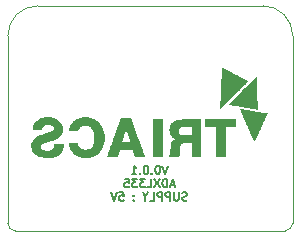
<source format=gbr>
%TF.GenerationSoftware,KiCad,Pcbnew,5.99.0-unknown-0e3b001c51~134~ubuntu20.04.1*%
%TF.CreationDate,2021-11-30T16:29:57+01:00*%
%TF.ProjectId,accelerometer,61636365-6c65-4726-9f6d-657465722e6b,0.0.1*%
%TF.SameCoordinates,Original*%
%TF.FileFunction,Legend,Bot*%
%TF.FilePolarity,Positive*%
%FSLAX46Y46*%
G04 Gerber Fmt 4.6, Leading zero omitted, Abs format (unit mm)*
G04 Created by KiCad (PCBNEW 5.99.0-unknown-0e3b001c51~134~ubuntu20.04.1) date 2021-11-30 16:29:57*
%MOMM*%
%LPD*%
G01*
G04 APERTURE LIST*
%TA.AperFunction,Profile*%
%ADD10C,0.100000*%
%TD*%
%ADD11C,0.175000*%
G04 APERTURE END LIST*
D10*
X158115000Y-87503000D02*
G75*
G03*
X155575000Y-84963000I-2540000J0D01*
G01*
X133985000Y-103378000D02*
X133985000Y-87503000D01*
X158115000Y-103378000D02*
X158115000Y-87503000D01*
X133985000Y-103378000D02*
G75*
G03*
X134620000Y-104013000I635000J0D01*
G01*
X136525000Y-84963000D02*
G75*
G03*
X133985000Y-87503000I0J-2540000D01*
G01*
X155575000Y-84963000D02*
X136525000Y-84963000D01*
X158115000Y-103378000D02*
G75*
G02*
X157480000Y-104013000I-635000J0D01*
G01*
X134620000Y-104013000D02*
X157480000Y-104013000D01*
D11*
X147551666Y-98502666D02*
X147318333Y-99202666D01*
X147085000Y-98502666D01*
X146718333Y-98502666D02*
X146651666Y-98502666D01*
X146585000Y-98536000D01*
X146551666Y-98569333D01*
X146518333Y-98636000D01*
X146485000Y-98769333D01*
X146485000Y-98936000D01*
X146518333Y-99069333D01*
X146551666Y-99136000D01*
X146585000Y-99169333D01*
X146651666Y-99202666D01*
X146718333Y-99202666D01*
X146785000Y-99169333D01*
X146818333Y-99136000D01*
X146851666Y-99069333D01*
X146885000Y-98936000D01*
X146885000Y-98769333D01*
X146851666Y-98636000D01*
X146818333Y-98569333D01*
X146785000Y-98536000D01*
X146718333Y-98502666D01*
X146185000Y-99136000D02*
X146151666Y-99169333D01*
X146185000Y-99202666D01*
X146218333Y-99169333D01*
X146185000Y-99136000D01*
X146185000Y-99202666D01*
X145718333Y-98502666D02*
X145651666Y-98502666D01*
X145585000Y-98536000D01*
X145551666Y-98569333D01*
X145518333Y-98636000D01*
X145485000Y-98769333D01*
X145485000Y-98936000D01*
X145518333Y-99069333D01*
X145551666Y-99136000D01*
X145585000Y-99169333D01*
X145651666Y-99202666D01*
X145718333Y-99202666D01*
X145785000Y-99169333D01*
X145818333Y-99136000D01*
X145851666Y-99069333D01*
X145885000Y-98936000D01*
X145885000Y-98769333D01*
X145851666Y-98636000D01*
X145818333Y-98569333D01*
X145785000Y-98536000D01*
X145718333Y-98502666D01*
X145185000Y-99136000D02*
X145151666Y-99169333D01*
X145185000Y-99202666D01*
X145218333Y-99169333D01*
X145185000Y-99136000D01*
X145185000Y-99202666D01*
X144485000Y-99202666D02*
X144885000Y-99202666D01*
X144685000Y-99202666D02*
X144685000Y-98502666D01*
X144751666Y-98602666D01*
X144818333Y-98669333D01*
X144885000Y-98702666D01*
X148118333Y-100129666D02*
X147785000Y-100129666D01*
X148185000Y-100329666D02*
X147951666Y-99629666D01*
X147718333Y-100329666D01*
X147485000Y-100329666D02*
X147485000Y-99629666D01*
X147318333Y-99629666D01*
X147218333Y-99663000D01*
X147151666Y-99729666D01*
X147118333Y-99796333D01*
X147085000Y-99929666D01*
X147085000Y-100029666D01*
X147118333Y-100163000D01*
X147151666Y-100229666D01*
X147218333Y-100296333D01*
X147318333Y-100329666D01*
X147485000Y-100329666D01*
X146851666Y-99629666D02*
X146385000Y-100329666D01*
X146385000Y-99629666D02*
X146851666Y-100329666D01*
X145785000Y-100329666D02*
X146118333Y-100329666D01*
X146118333Y-99629666D01*
X145618333Y-99629666D02*
X145185000Y-99629666D01*
X145418333Y-99896333D01*
X145318333Y-99896333D01*
X145251666Y-99929666D01*
X145218333Y-99963000D01*
X145185000Y-100029666D01*
X145185000Y-100196333D01*
X145218333Y-100263000D01*
X145251666Y-100296333D01*
X145318333Y-100329666D01*
X145518333Y-100329666D01*
X145585000Y-100296333D01*
X145618333Y-100263000D01*
X144951666Y-99629666D02*
X144518333Y-99629666D01*
X144751666Y-99896333D01*
X144651666Y-99896333D01*
X144585000Y-99929666D01*
X144551666Y-99963000D01*
X144518333Y-100029666D01*
X144518333Y-100196333D01*
X144551666Y-100263000D01*
X144585000Y-100296333D01*
X144651666Y-100329666D01*
X144851666Y-100329666D01*
X144918333Y-100296333D01*
X144951666Y-100263000D01*
X143885000Y-99629666D02*
X144218333Y-99629666D01*
X144251666Y-99963000D01*
X144218333Y-99929666D01*
X144151666Y-99896333D01*
X143985000Y-99896333D01*
X143918333Y-99929666D01*
X143885000Y-99963000D01*
X143851666Y-100029666D01*
X143851666Y-100196333D01*
X143885000Y-100263000D01*
X143918333Y-100296333D01*
X143985000Y-100329666D01*
X144151666Y-100329666D01*
X144218333Y-100296333D01*
X144251666Y-100263000D01*
X149168333Y-101423333D02*
X149068333Y-101456666D01*
X148901666Y-101456666D01*
X148835000Y-101423333D01*
X148801666Y-101390000D01*
X148768333Y-101323333D01*
X148768333Y-101256666D01*
X148801666Y-101190000D01*
X148835000Y-101156666D01*
X148901666Y-101123333D01*
X149035000Y-101090000D01*
X149101666Y-101056666D01*
X149135000Y-101023333D01*
X149168333Y-100956666D01*
X149168333Y-100890000D01*
X149135000Y-100823333D01*
X149101666Y-100790000D01*
X149035000Y-100756666D01*
X148868333Y-100756666D01*
X148768333Y-100790000D01*
X148468333Y-100756666D02*
X148468333Y-101323333D01*
X148435000Y-101390000D01*
X148401666Y-101423333D01*
X148335000Y-101456666D01*
X148201666Y-101456666D01*
X148135000Y-101423333D01*
X148101666Y-101390000D01*
X148068333Y-101323333D01*
X148068333Y-100756666D01*
X147735000Y-101456666D02*
X147735000Y-100756666D01*
X147468333Y-100756666D01*
X147401666Y-100790000D01*
X147368333Y-100823333D01*
X147335000Y-100890000D01*
X147335000Y-100990000D01*
X147368333Y-101056666D01*
X147401666Y-101090000D01*
X147468333Y-101123333D01*
X147735000Y-101123333D01*
X147035000Y-101456666D02*
X147035000Y-100756666D01*
X146768333Y-100756666D01*
X146701666Y-100790000D01*
X146668333Y-100823333D01*
X146635000Y-100890000D01*
X146635000Y-100990000D01*
X146668333Y-101056666D01*
X146701666Y-101090000D01*
X146768333Y-101123333D01*
X147035000Y-101123333D01*
X146001666Y-101456666D02*
X146335000Y-101456666D01*
X146335000Y-100756666D01*
X145635000Y-101123333D02*
X145635000Y-101456666D01*
X145868333Y-100756666D02*
X145635000Y-101123333D01*
X145401666Y-100756666D01*
X144635000Y-101390000D02*
X144601666Y-101423333D01*
X144635000Y-101456666D01*
X144668333Y-101423333D01*
X144635000Y-101390000D01*
X144635000Y-101456666D01*
X144635000Y-101023333D02*
X144601666Y-101056666D01*
X144635000Y-101090000D01*
X144668333Y-101056666D01*
X144635000Y-101023333D01*
X144635000Y-101090000D01*
X143435000Y-100756666D02*
X143768333Y-100756666D01*
X143801666Y-101090000D01*
X143768333Y-101056666D01*
X143701666Y-101023333D01*
X143535000Y-101023333D01*
X143468333Y-101056666D01*
X143435000Y-101090000D01*
X143401666Y-101156666D01*
X143401666Y-101323333D01*
X143435000Y-101390000D01*
X143468333Y-101423333D01*
X143535000Y-101456666D01*
X143701666Y-101456666D01*
X143768333Y-101423333D01*
X143801666Y-101390000D01*
X143201666Y-100756666D02*
X142968333Y-101456666D01*
X142735000Y-100756666D01*
%TO.C,G\u002A\u002A\u002A*%
G36*
X140593811Y-94407224D02*
G01*
X140651111Y-94408271D01*
X140702407Y-94410336D01*
X140744544Y-94413439D01*
X140788994Y-94418363D01*
X140933774Y-94441702D01*
X141072600Y-94475529D01*
X141205006Y-94519672D01*
X141330524Y-94573960D01*
X141448688Y-94638222D01*
X141559030Y-94712286D01*
X141598449Y-94743280D01*
X141645279Y-94783481D01*
X141693320Y-94827688D01*
X141739644Y-94873110D01*
X141781323Y-94916959D01*
X141815427Y-94956447D01*
X141819069Y-94960979D01*
X141901226Y-95073477D01*
X141973197Y-95193053D01*
X142035049Y-95319877D01*
X142086847Y-95454120D01*
X142128659Y-95595953D01*
X142160549Y-95745546D01*
X142182585Y-95903070D01*
X142182627Y-95903462D01*
X142186648Y-95952729D01*
X142189526Y-96011398D01*
X142191261Y-96076317D01*
X142191850Y-96144335D01*
X142191294Y-96212303D01*
X142189590Y-96277068D01*
X142186739Y-96335481D01*
X142182739Y-96384391D01*
X142182604Y-96385658D01*
X142160623Y-96540212D01*
X142128458Y-96687552D01*
X142086174Y-96827547D01*
X142033834Y-96960072D01*
X141971503Y-97084997D01*
X141899245Y-97202194D01*
X141817123Y-97311535D01*
X141725201Y-97412892D01*
X141623544Y-97506137D01*
X141553188Y-97560918D01*
X141447004Y-97630519D01*
X141332741Y-97691549D01*
X141211560Y-97743526D01*
X141084625Y-97785967D01*
X140953097Y-97818391D01*
X140818139Y-97840314D01*
X140815343Y-97840645D01*
X140771575Y-97844515D01*
X140718493Y-97847288D01*
X140659207Y-97848960D01*
X140596833Y-97849528D01*
X140534481Y-97848990D01*
X140475264Y-97847343D01*
X140422296Y-97844584D01*
X140378688Y-97840710D01*
X140257917Y-97822615D01*
X140126535Y-97792831D01*
X140003084Y-97753394D01*
X139887304Y-97704231D01*
X139874611Y-97698024D01*
X139764401Y-97636516D01*
X139662432Y-97565440D01*
X139568865Y-97485023D01*
X139483861Y-97395495D01*
X139407583Y-97297083D01*
X139340190Y-97190015D01*
X139281845Y-97074519D01*
X139232709Y-96950824D01*
X139192942Y-96819157D01*
X139162707Y-96679746D01*
X139150586Y-96611449D01*
X139542093Y-96611548D01*
X139933599Y-96611647D01*
X139950446Y-96681003D01*
X139968540Y-96745677D01*
X139993839Y-96811791D01*
X140025073Y-96870568D01*
X140063687Y-96924670D01*
X140111128Y-96976757D01*
X140127650Y-96992487D01*
X140190424Y-97041604D01*
X140260536Y-97081003D01*
X140338256Y-97110772D01*
X140423852Y-97130998D01*
X140517591Y-97141769D01*
X140619742Y-97143173D01*
X140624008Y-97143037D01*
X140684164Y-97139755D01*
X140735769Y-97133719D01*
X140782582Y-97124174D01*
X140828365Y-97110366D01*
X140876879Y-97091539D01*
X140943890Y-97058150D01*
X141014930Y-97009631D01*
X141079113Y-96950532D01*
X141136375Y-96880957D01*
X141186651Y-96801009D01*
X141229877Y-96710792D01*
X141265991Y-96610409D01*
X141294927Y-96499963D01*
X141316623Y-96379558D01*
X141318403Y-96364295D01*
X141320912Y-96329931D01*
X141322821Y-96286675D01*
X141324130Y-96236907D01*
X141324840Y-96183009D01*
X141324951Y-96127363D01*
X141324464Y-96072349D01*
X141323379Y-96020349D01*
X141321696Y-95973745D01*
X141319416Y-95934917D01*
X141316540Y-95906247D01*
X141311667Y-95873575D01*
X141288244Y-95755716D01*
X141257085Y-95646913D01*
X141218426Y-95547388D01*
X141172501Y-95457363D01*
X141119550Y-95377062D01*
X141059806Y-95306705D01*
X140993507Y-95246516D01*
X140920890Y-95196716D01*
X140842190Y-95157528D01*
X140757644Y-95129174D01*
X140667488Y-95111877D01*
X140571959Y-95105858D01*
X140471292Y-95111341D01*
X140446347Y-95114411D01*
X140354972Y-95132123D01*
X140272265Y-95159105D01*
X140198121Y-95195439D01*
X140132435Y-95241208D01*
X140075102Y-95296495D01*
X140026017Y-95361383D01*
X139985075Y-95435954D01*
X139952170Y-95520291D01*
X139934156Y-95575882D01*
X139538392Y-95575882D01*
X139503465Y-95575874D01*
X139424417Y-95575784D01*
X139356989Y-95575579D01*
X139300403Y-95575243D01*
X139253883Y-95574762D01*
X139216652Y-95574120D01*
X139187932Y-95573300D01*
X139166946Y-95572288D01*
X139152919Y-95571068D01*
X139145072Y-95569624D01*
X139142630Y-95567940D01*
X139143325Y-95558455D01*
X139146267Y-95536708D01*
X139151041Y-95507362D01*
X139157129Y-95473200D01*
X139164013Y-95437001D01*
X139171177Y-95401546D01*
X139178104Y-95369615D01*
X139184276Y-95343991D01*
X139191092Y-95318975D01*
X139228554Y-95207478D01*
X139276195Y-95099851D01*
X139333106Y-94997595D01*
X139398379Y-94902217D01*
X139471104Y-94815219D01*
X139550374Y-94738105D01*
X139603249Y-94694630D01*
X139704764Y-94623911D01*
X139814422Y-94562810D01*
X139932031Y-94511407D01*
X140057398Y-94469782D01*
X140190330Y-94438014D01*
X140330633Y-94416182D01*
X140367720Y-94412798D01*
X140417463Y-94409982D01*
X140473831Y-94408101D01*
X140533666Y-94407175D01*
X140593811Y-94407224D01*
G37*
G36*
X145242501Y-96685335D02*
G01*
X145286630Y-96807872D01*
X145328893Y-96925235D01*
X145369114Y-97036940D01*
X145407120Y-97142503D01*
X145442737Y-97241439D01*
X145475790Y-97333264D01*
X145506105Y-97417494D01*
X145533507Y-97493644D01*
X145557822Y-97561230D01*
X145578876Y-97619769D01*
X145596494Y-97668774D01*
X145610503Y-97707763D01*
X145620727Y-97736251D01*
X145626993Y-97753753D01*
X145629125Y-97759786D01*
X145626572Y-97759958D01*
X145612801Y-97760216D01*
X145588007Y-97760457D01*
X145553212Y-97760678D01*
X145509442Y-97760875D01*
X145457721Y-97761045D01*
X145399075Y-97761183D01*
X145334529Y-97761287D01*
X145265106Y-97761352D01*
X145191833Y-97761374D01*
X144754443Y-97761374D01*
X144701679Y-97591427D01*
X144691734Y-97559406D01*
X144674291Y-97503276D01*
X144656227Y-97445188D01*
X144638640Y-97388667D01*
X144622625Y-97337235D01*
X144609278Y-97294416D01*
X144569642Y-97167352D01*
X143479680Y-97167352D01*
X143281824Y-97761374D01*
X142375539Y-97761374D01*
X142380064Y-97747080D01*
X142380131Y-97746878D01*
X142383054Y-97738475D01*
X142390017Y-97718638D01*
X142400846Y-97687859D01*
X142415367Y-97646631D01*
X142433406Y-97595447D01*
X142454789Y-97534800D01*
X142479342Y-97465184D01*
X142506892Y-97387090D01*
X142537264Y-97301012D01*
X142570283Y-97207443D01*
X142605778Y-97106875D01*
X142643572Y-96999802D01*
X142683493Y-96886717D01*
X142725367Y-96768112D01*
X142769019Y-96644481D01*
X142814275Y-96516316D01*
X142827794Y-96478033D01*
X143661085Y-96478033D01*
X144013012Y-96478033D01*
X144055857Y-96478015D01*
X144118965Y-96477920D01*
X144177367Y-96477750D01*
X144229919Y-96477514D01*
X144275479Y-96477219D01*
X144312904Y-96476873D01*
X144341051Y-96476484D01*
X144358777Y-96476060D01*
X144364940Y-96475608D01*
X144364923Y-96475501D01*
X144362751Y-96467943D01*
X144357147Y-96449400D01*
X144348437Y-96420920D01*
X144336946Y-96383550D01*
X144323001Y-96338337D01*
X144306927Y-96286330D01*
X144289049Y-96228576D01*
X144269693Y-96166122D01*
X144249186Y-96100015D01*
X144227852Y-96031303D01*
X144206018Y-95961034D01*
X144184009Y-95890255D01*
X144162151Y-95820013D01*
X144140770Y-95751356D01*
X144120191Y-95685332D01*
X144100740Y-95622988D01*
X144082742Y-95565371D01*
X144066524Y-95513528D01*
X144052411Y-95468509D01*
X144040729Y-95431358D01*
X144031803Y-95403125D01*
X144025959Y-95384857D01*
X144023523Y-95377601D01*
X144022250Y-95378161D01*
X144017182Y-95388638D01*
X144008469Y-95411156D01*
X143996104Y-95445733D01*
X143980081Y-95492385D01*
X143960395Y-95551130D01*
X143937041Y-95621984D01*
X143910011Y-95704964D01*
X143879301Y-95800087D01*
X143866677Y-95839334D01*
X143842511Y-95914458D01*
X143818755Y-95988299D01*
X143795845Y-96059506D01*
X143774215Y-96126727D01*
X143754301Y-96188611D01*
X143736537Y-96243805D01*
X143721359Y-96290958D01*
X143709201Y-96328718D01*
X143700498Y-96355734D01*
X143661085Y-96478033D01*
X142827794Y-96478033D01*
X142860963Y-96384110D01*
X142908907Y-96248357D01*
X142957933Y-96109548D01*
X143531277Y-94486312D01*
X144450332Y-94486312D01*
X145039681Y-96122255D01*
X145050806Y-96153138D01*
X145100658Y-96291526D01*
X145149341Y-96426678D01*
X145166965Y-96475608D01*
X145196680Y-96558109D01*
X145242501Y-96685335D01*
G37*
G36*
X147109512Y-97761374D02*
G01*
X146289952Y-97761374D01*
X146289952Y-94591139D01*
X147109512Y-94591139D01*
X147109512Y-97761374D01*
G37*
G36*
X152135034Y-90175773D02*
G01*
X152143072Y-90179706D01*
X152161558Y-90189196D01*
X152189835Y-90203893D01*
X152227249Y-90223451D01*
X152273141Y-90247521D01*
X152326857Y-90275757D01*
X152387739Y-90307809D01*
X152455131Y-90343331D01*
X152528378Y-90381975D01*
X152606822Y-90423392D01*
X152689808Y-90467236D01*
X152776679Y-90513158D01*
X152866779Y-90560811D01*
X152959452Y-90609847D01*
X153054040Y-90659918D01*
X153149889Y-90710676D01*
X153246341Y-90761774D01*
X153342741Y-90812864D01*
X153438432Y-90863598D01*
X153532758Y-90913629D01*
X153625062Y-90962608D01*
X153714688Y-91010188D01*
X153800980Y-91056022D01*
X153883282Y-91099761D01*
X153960937Y-91141057D01*
X154033289Y-91179564D01*
X154099682Y-91214933D01*
X154159459Y-91246816D01*
X154211964Y-91274866D01*
X154256541Y-91298735D01*
X154292534Y-91318076D01*
X154319285Y-91332540D01*
X154336140Y-91341779D01*
X154342441Y-91345447D01*
X154342461Y-91345577D01*
X154337659Y-91351677D01*
X154324004Y-91366563D01*
X154301645Y-91390086D01*
X154270729Y-91422095D01*
X154231406Y-91462442D01*
X154183822Y-91510976D01*
X154128126Y-91567548D01*
X154064466Y-91632009D01*
X153992990Y-91704209D01*
X153913846Y-91783999D01*
X153827183Y-91871228D01*
X153733147Y-91965748D01*
X153631888Y-92067408D01*
X153523553Y-92176059D01*
X153408290Y-92291552D01*
X153286248Y-92413737D01*
X153157574Y-92542464D01*
X151966515Y-93733598D01*
X151964757Y-93706528D01*
X151964743Y-93706172D01*
X151964964Y-93696139D01*
X151965773Y-93674003D01*
X151967144Y-93640289D01*
X151969053Y-93595523D01*
X151971477Y-93540232D01*
X151974391Y-93474942D01*
X151977770Y-93400180D01*
X151981590Y-93316471D01*
X151985827Y-93224343D01*
X151990456Y-93124321D01*
X151995453Y-93016932D01*
X152000794Y-92902703D01*
X152006455Y-92782159D01*
X152012410Y-92655826D01*
X152018636Y-92524232D01*
X152025109Y-92387902D01*
X152031803Y-92247363D01*
X152038695Y-92103142D01*
X152045760Y-91955763D01*
X152046577Y-91938745D01*
X152053632Y-91791685D01*
X152060523Y-91647835D01*
X152067226Y-91507721D01*
X152073715Y-91371869D01*
X152079966Y-91240808D01*
X152085954Y-91115063D01*
X152091653Y-90995161D01*
X152097040Y-90881630D01*
X152102089Y-90774995D01*
X152106775Y-90675784D01*
X152111074Y-90584524D01*
X152114960Y-90501741D01*
X152118408Y-90427962D01*
X152121395Y-90363714D01*
X152123894Y-90309524D01*
X152125881Y-90265918D01*
X152127331Y-90233423D01*
X152128220Y-90212567D01*
X152128521Y-90203875D01*
X152128791Y-90195690D01*
X152131014Y-90181355D01*
X152134750Y-90175682D01*
X152135034Y-90175773D01*
G37*
G36*
X137463198Y-94398878D02*
G01*
X137525492Y-94401110D01*
X137581188Y-94404564D01*
X137627396Y-94409242D01*
X137718432Y-94423006D01*
X137846520Y-94449645D01*
X137965170Y-94483739D01*
X138075090Y-94525569D01*
X138176984Y-94575416D01*
X138271557Y-94633558D01*
X138359514Y-94700278D01*
X138362029Y-94702393D01*
X138435485Y-94772664D01*
X138500311Y-94851829D01*
X138556039Y-94939059D01*
X138602202Y-95033523D01*
X138638334Y-95134394D01*
X138663968Y-95240842D01*
X138666289Y-95254921D01*
X138671029Y-95297592D01*
X138674098Y-95347489D01*
X138675492Y-95401309D01*
X138675209Y-95455747D01*
X138673246Y-95507502D01*
X138669601Y-95553269D01*
X138664270Y-95589746D01*
X138647558Y-95659102D01*
X138613275Y-95757687D01*
X138567871Y-95850147D01*
X138511388Y-95936400D01*
X138443867Y-96016367D01*
X138431083Y-96029621D01*
X138388359Y-96071147D01*
X138343469Y-96110342D01*
X138295622Y-96147581D01*
X138244026Y-96183237D01*
X138187890Y-96217685D01*
X138126424Y-96251300D01*
X138058836Y-96284456D01*
X137984335Y-96317528D01*
X137902129Y-96350890D01*
X137811429Y-96384916D01*
X137711443Y-96419981D01*
X137601379Y-96456459D01*
X137480447Y-96494725D01*
X137347856Y-96535154D01*
X137306177Y-96547701D01*
X137222240Y-96573284D01*
X137149273Y-96596121D01*
X137086388Y-96616628D01*
X137032701Y-96635225D01*
X136987325Y-96652331D01*
X136949372Y-96668363D01*
X136917958Y-96683740D01*
X136892194Y-96698881D01*
X136871197Y-96714203D01*
X136854078Y-96730125D01*
X136839951Y-96747066D01*
X136827931Y-96765444D01*
X136817130Y-96785677D01*
X136806877Y-96808869D01*
X136791114Y-96864981D01*
X136787346Y-96920991D01*
X136795158Y-96975593D01*
X136814135Y-97027476D01*
X136843861Y-97075331D01*
X136883922Y-97117851D01*
X136933901Y-97153725D01*
X136961168Y-97167300D01*
X136999202Y-97182266D01*
X137042764Y-97196497D01*
X137088190Y-97208803D01*
X137131816Y-97217995D01*
X137177392Y-97224477D01*
X137239860Y-97229944D01*
X137304894Y-97232505D01*
X137367561Y-97231987D01*
X137422926Y-97228215D01*
X137477021Y-97220855D01*
X137564769Y-97201517D01*
X137642873Y-97173956D01*
X137711464Y-97138044D01*
X137770675Y-97093655D01*
X137820637Y-97040661D01*
X137861482Y-96978936D01*
X137893343Y-96908352D01*
X137916352Y-96828783D01*
X137930640Y-96740101D01*
X137938281Y-96668628D01*
X138747527Y-96668628D01*
X138744392Y-96708335D01*
X138743202Y-96722124D01*
X138737359Y-96774380D01*
X138729219Y-96832521D01*
X138719525Y-96891903D01*
X138709018Y-96947883D01*
X138698442Y-96995817D01*
X138692569Y-97018998D01*
X138656122Y-97136308D01*
X138610606Y-97244726D01*
X138556017Y-97344253D01*
X138492354Y-97434893D01*
X138419613Y-97516647D01*
X138337790Y-97589519D01*
X138246884Y-97653510D01*
X138146890Y-97708623D01*
X138037807Y-97754860D01*
X137919630Y-97792225D01*
X137792357Y-97820718D01*
X137655985Y-97840344D01*
X137634896Y-97842256D01*
X137592395Y-97844869D01*
X137541434Y-97846913D01*
X137484620Y-97848370D01*
X137424558Y-97849222D01*
X137363857Y-97849449D01*
X137305123Y-97849035D01*
X137250963Y-97847960D01*
X137203983Y-97846207D01*
X137166790Y-97843758D01*
X137036911Y-97828955D01*
X136895844Y-97804679D01*
X136764433Y-97772765D01*
X136642765Y-97733273D01*
X136530927Y-97686261D01*
X136429006Y-97631789D01*
X136337091Y-97569918D01*
X136255267Y-97500707D01*
X136183624Y-97424216D01*
X136122247Y-97340504D01*
X136071224Y-97249632D01*
X136030643Y-97151657D01*
X136000592Y-97046642D01*
X135997491Y-97032727D01*
X135991374Y-97001788D01*
X135986961Y-96972094D01*
X135983879Y-96940159D01*
X135981757Y-96902494D01*
X135980222Y-96855613D01*
X135979692Y-96830829D01*
X135979711Y-96769730D01*
X135982155Y-96716584D01*
X135987344Y-96668021D01*
X135995598Y-96620667D01*
X136007237Y-96571150D01*
X136011270Y-96556248D01*
X136043433Y-96464140D01*
X136086601Y-96375670D01*
X136139669Y-96292404D01*
X136201533Y-96215907D01*
X136271089Y-96147743D01*
X136347231Y-96089477D01*
X136354101Y-96084933D01*
X136385167Y-96065463D01*
X136418556Y-96046387D01*
X136455168Y-96027345D01*
X136495900Y-96007980D01*
X136541650Y-95987935D01*
X136593316Y-95966852D01*
X136651796Y-95944373D01*
X136717989Y-95920141D01*
X136792792Y-95893797D01*
X136877104Y-95864986D01*
X136971823Y-95833348D01*
X137077846Y-95798526D01*
X137175310Y-95766657D01*
X137268393Y-95736015D01*
X137350859Y-95708571D01*
X137423484Y-95684003D01*
X137487044Y-95661992D01*
X137542317Y-95642220D01*
X137590077Y-95624366D01*
X137631101Y-95608112D01*
X137666166Y-95593138D01*
X137696048Y-95579125D01*
X137721522Y-95565753D01*
X137743367Y-95552704D01*
X137762356Y-95539657D01*
X137779268Y-95526293D01*
X137794878Y-95512293D01*
X137809962Y-95497338D01*
X137817251Y-95489398D01*
X137845655Y-95447905D01*
X137865518Y-95399995D01*
X137875754Y-95348980D01*
X137875277Y-95298174D01*
X137869591Y-95269727D01*
X137850393Y-95222799D01*
X137820060Y-95179181D01*
X137779480Y-95139676D01*
X137729544Y-95105089D01*
X137671140Y-95076224D01*
X137605160Y-95053887D01*
X137588208Y-95049523D01*
X137569704Y-95045614D01*
X137550417Y-95042831D01*
X137527961Y-95040989D01*
X137499952Y-95039899D01*
X137464007Y-95039378D01*
X137417741Y-95039236D01*
X137382928Y-95039298D01*
X137343911Y-95039708D01*
X137313381Y-95040665D01*
X137288889Y-95042353D01*
X137267985Y-95044957D01*
X137248220Y-95048664D01*
X137227146Y-95053658D01*
X137218474Y-95055915D01*
X137143890Y-95081451D01*
X137078545Y-95115675D01*
X137022361Y-95158672D01*
X136975259Y-95210527D01*
X136937160Y-95271323D01*
X136907987Y-95341146D01*
X136887660Y-95420081D01*
X136876726Y-95477407D01*
X136481738Y-95479044D01*
X136086750Y-95480680D01*
X136086750Y-95434405D01*
X136089663Y-95365845D01*
X136102873Y-95268115D01*
X136125957Y-95169691D01*
X136158053Y-95073475D01*
X136198299Y-94982367D01*
X136245832Y-94899268D01*
X136290172Y-94836738D01*
X136362222Y-94753587D01*
X136443737Y-94678807D01*
X136534607Y-94612457D01*
X136634725Y-94554598D01*
X136743982Y-94505290D01*
X136862268Y-94464594D01*
X136989475Y-94432572D01*
X137125495Y-94409282D01*
X137153951Y-94406064D01*
X137205869Y-94402182D01*
X137265644Y-94399522D01*
X137330384Y-94398085D01*
X137397199Y-94397870D01*
X137463198Y-94398878D01*
G37*
G36*
X153341978Y-95239163D02*
G01*
X152433474Y-95239163D01*
X152433474Y-97761374D01*
X151620267Y-97761374D01*
X151620267Y-95239163D01*
X150705410Y-95239163D01*
X150705410Y-94591139D01*
X153341978Y-94591139D01*
X153341978Y-95239163D01*
G37*
G36*
X149555485Y-97761374D02*
G01*
X149555485Y-96578971D01*
X149217178Y-96581229D01*
X149198653Y-96581353D01*
X149127117Y-96581855D01*
X149066868Y-96582349D01*
X149016756Y-96582885D01*
X148975632Y-96583511D01*
X148942346Y-96584276D01*
X148915749Y-96585229D01*
X148894691Y-96586419D01*
X148878022Y-96587896D01*
X148864593Y-96589708D01*
X148853254Y-96591904D01*
X148842855Y-96594534D01*
X148832248Y-96597646D01*
X148802366Y-96607497D01*
X148757588Y-96626613D01*
X148719659Y-96649731D01*
X148684859Y-96678904D01*
X148665327Y-96699211D01*
X148634891Y-96740557D01*
X148611057Y-96788447D01*
X148593001Y-96844706D01*
X148579898Y-96911158D01*
X148577546Y-96931445D01*
X148574878Y-96962718D01*
X148572031Y-97002960D01*
X148569120Y-97050295D01*
X148566261Y-97102848D01*
X148563568Y-97158745D01*
X148561157Y-97216110D01*
X148558422Y-97282617D01*
X148554761Y-97358527D01*
X148550804Y-97424287D01*
X148546377Y-97481342D01*
X148541306Y-97531135D01*
X148535416Y-97575108D01*
X148528534Y-97614705D01*
X148520485Y-97651369D01*
X148511096Y-97686541D01*
X148500192Y-97721667D01*
X148487115Y-97761374D01*
X147630472Y-97761374D01*
X147630472Y-97649463D01*
X147658475Y-97629725D01*
X147660576Y-97628223D01*
X147680663Y-97611238D01*
X147697877Y-97590905D01*
X147712456Y-97566188D01*
X147724638Y-97536048D01*
X147734661Y-97499448D01*
X147742760Y-97455350D01*
X147749175Y-97402718D01*
X147754142Y-97340513D01*
X147757900Y-97267698D01*
X147760685Y-97183235D01*
X147764145Y-97072744D01*
X147768595Y-96972715D01*
X147774208Y-96883546D01*
X147781191Y-96804320D01*
X147789749Y-96734121D01*
X147800088Y-96672031D01*
X147812416Y-96617133D01*
X147826937Y-96568511D01*
X147843859Y-96525247D01*
X147863388Y-96486424D01*
X147885729Y-96451127D01*
X147911090Y-96418436D01*
X147939676Y-96387436D01*
X147941559Y-96385549D01*
X147975227Y-96354723D01*
X148011617Y-96327384D01*
X148053931Y-96301345D01*
X148105373Y-96274423D01*
X148164141Y-96245498D01*
X148134312Y-96231006D01*
X148122113Y-96224555D01*
X148098935Y-96211091D01*
X148071603Y-96194285D01*
X148043778Y-96176349D01*
X148013200Y-96155373D01*
X147932918Y-96091683D01*
X147863938Y-96022699D01*
X147805816Y-95947795D01*
X147758107Y-95866345D01*
X147720365Y-95777721D01*
X147692147Y-95681300D01*
X147691240Y-95677397D01*
X147687058Y-95657606D01*
X147683889Y-95638022D01*
X147681592Y-95616492D01*
X147680029Y-95590864D01*
X147679061Y-95558987D01*
X147679041Y-95557446D01*
X148481745Y-95557446D01*
X148482780Y-95606373D01*
X148487115Y-95653490D01*
X148494621Y-95693871D01*
X148512569Y-95746912D01*
X148540215Y-95796771D01*
X148576808Y-95838959D01*
X148622800Y-95873812D01*
X148678643Y-95901668D01*
X148744790Y-95922863D01*
X148821693Y-95937735D01*
X148823776Y-95937997D01*
X148841556Y-95939268D01*
X148870558Y-95940441D01*
X148909542Y-95941493D01*
X148957269Y-95942406D01*
X149012500Y-95943158D01*
X149073996Y-95943728D01*
X149140517Y-95944095D01*
X149210825Y-95944240D01*
X149555485Y-95944366D01*
X149555485Y-95226457D01*
X149242591Y-95226557D01*
X149193220Y-95226613D01*
X149110166Y-95226951D01*
X149038129Y-95227638D01*
X148976009Y-95228730D01*
X148922706Y-95230282D01*
X148877123Y-95232349D01*
X148838159Y-95234985D01*
X148804716Y-95238245D01*
X148775694Y-95242184D01*
X148749995Y-95246857D01*
X148726519Y-95252319D01*
X148681324Y-95266524D01*
X148623192Y-95294114D01*
X148574488Y-95329564D01*
X148535605Y-95372497D01*
X148506937Y-95422537D01*
X148488879Y-95479308D01*
X148484144Y-95511636D01*
X148481745Y-95557446D01*
X147679041Y-95557446D01*
X147678548Y-95518709D01*
X147678352Y-95467878D01*
X147678454Y-95423300D01*
X147679329Y-95370549D01*
X147681344Y-95326144D01*
X147684820Y-95287561D01*
X147690076Y-95252273D01*
X147697432Y-95217754D01*
X147707207Y-95181478D01*
X147719722Y-95140920D01*
X147740536Y-95084214D01*
X147781515Y-95001616D01*
X147832717Y-94926497D01*
X147894081Y-94858900D01*
X147965547Y-94798868D01*
X148047053Y-94746443D01*
X148138538Y-94701668D01*
X148239943Y-94664585D01*
X148351207Y-94635237D01*
X148472268Y-94613666D01*
X148473565Y-94613484D01*
X148496626Y-94610337D01*
X148519058Y-94607499D01*
X148541604Y-94604954D01*
X148565002Y-94602687D01*
X148589995Y-94600681D01*
X148617322Y-94598920D01*
X148647726Y-94597389D01*
X148681945Y-94596072D01*
X148720723Y-94594953D01*
X148764798Y-94594016D01*
X148814913Y-94593244D01*
X148871807Y-94592623D01*
X148936222Y-94592136D01*
X149008898Y-94591768D01*
X149090577Y-94591502D01*
X149181999Y-94591322D01*
X149283904Y-94591213D01*
X149397035Y-94591160D01*
X149522131Y-94591145D01*
X150362338Y-94591139D01*
X150362338Y-97761374D01*
X149555485Y-97761374D01*
G37*
G36*
X153641278Y-93678926D02*
G01*
X153657973Y-93681641D01*
X153686038Y-93686339D01*
X153724857Y-93692916D01*
X153773817Y-93701264D01*
X153832302Y-93711279D01*
X153899698Y-93722854D01*
X153975391Y-93735883D01*
X154058765Y-93750261D01*
X154149207Y-93765881D01*
X154246102Y-93782639D01*
X154348835Y-93800426D01*
X154456791Y-93819139D01*
X154569357Y-93838671D01*
X154685917Y-93858916D01*
X154805857Y-93879768D01*
X154909374Y-93897769D01*
X155026561Y-93918136D01*
X155139880Y-93937820D01*
X155248715Y-93956714D01*
X155352447Y-93974710D01*
X155450459Y-93991703D01*
X155542133Y-94007584D01*
X155626850Y-94022248D01*
X155703993Y-94035587D01*
X155772943Y-94047494D01*
X155833083Y-94057862D01*
X155883795Y-94066586D01*
X155924461Y-94073556D01*
X155954463Y-94078668D01*
X155973182Y-94081813D01*
X155980002Y-94082885D01*
X155983038Y-94084768D01*
X155983397Y-94094003D01*
X155981980Y-94097334D01*
X155975516Y-94111542D01*
X155964069Y-94136339D01*
X155947892Y-94171182D01*
X155927238Y-94215530D01*
X155902363Y-94268840D01*
X155873519Y-94330568D01*
X155840961Y-94400174D01*
X155804942Y-94477114D01*
X155765718Y-94560846D01*
X155723541Y-94650827D01*
X155678666Y-94746515D01*
X155631346Y-94847368D01*
X155581837Y-94952843D01*
X155530390Y-95062398D01*
X155477261Y-95175490D01*
X155422704Y-95291577D01*
X155385052Y-95371657D01*
X155331478Y-95485528D01*
X155279492Y-95595938D01*
X155229350Y-95702350D01*
X155181304Y-95804230D01*
X155135608Y-95901039D01*
X155092517Y-95992243D01*
X155052285Y-96077306D01*
X155015165Y-96155691D01*
X154981411Y-96226861D01*
X154951277Y-96290282D01*
X154925018Y-96345416D01*
X154902887Y-96391729D01*
X154885138Y-96428682D01*
X154872025Y-96455742D01*
X154863802Y-96472371D01*
X154860723Y-96478033D01*
X154858117Y-96472799D01*
X154850683Y-96456516D01*
X154838698Y-96429784D01*
X154822430Y-96393218D01*
X154802148Y-96347431D01*
X154778121Y-96293036D01*
X154750615Y-96230646D01*
X154719900Y-96160876D01*
X154686244Y-96084338D01*
X154649915Y-96001646D01*
X154611181Y-95913414D01*
X154570311Y-95820254D01*
X154527572Y-95722781D01*
X154483233Y-95621607D01*
X154437563Y-95517347D01*
X154390829Y-95410613D01*
X154343299Y-95302018D01*
X154295242Y-95192178D01*
X154246926Y-95081704D01*
X154198620Y-94971210D01*
X154150591Y-94861311D01*
X154103108Y-94752618D01*
X154056439Y-94645746D01*
X154010852Y-94541307D01*
X153966616Y-94439917D01*
X153923998Y-94342187D01*
X153883267Y-94248731D01*
X153844692Y-94160163D01*
X153808540Y-94077096D01*
X153775079Y-94000144D01*
X153744578Y-93929919D01*
X153717306Y-93867036D01*
X153693529Y-93812108D01*
X153673518Y-93765749D01*
X153657539Y-93728571D01*
X153645861Y-93701188D01*
X153638752Y-93684213D01*
X153636481Y-93678261D01*
X153641278Y-93678926D01*
G37*
G36*
X155043784Y-90957060D02*
G01*
X155044604Y-90971922D01*
X155045890Y-90998289D01*
X155047614Y-91035459D01*
X155049745Y-91082729D01*
X155052255Y-91139398D01*
X155055115Y-91204763D01*
X155058295Y-91278121D01*
X155061767Y-91358770D01*
X155065500Y-91446007D01*
X155069466Y-91539130D01*
X155073635Y-91637437D01*
X155077979Y-91740225D01*
X155082468Y-91846792D01*
X155087072Y-91956434D01*
X155091764Y-92068451D01*
X155096512Y-92182139D01*
X155101289Y-92296796D01*
X155106065Y-92411719D01*
X155110811Y-92526206D01*
X155115497Y-92639555D01*
X155120094Y-92751063D01*
X155124574Y-92860028D01*
X155128906Y-92965747D01*
X155133063Y-93067518D01*
X155137013Y-93164638D01*
X155140729Y-93256405D01*
X155144181Y-93342117D01*
X155147340Y-93421071D01*
X155150176Y-93492564D01*
X155152661Y-93555894D01*
X155154764Y-93610360D01*
X155156458Y-93655257D01*
X155157713Y-93689884D01*
X155158499Y-93713539D01*
X155158787Y-93725519D01*
X155158707Y-93739076D01*
X155157470Y-93755399D01*
X155154215Y-93763218D01*
X155148225Y-93765226D01*
X155146967Y-93765092D01*
X155135257Y-93763292D01*
X155112070Y-93759495D01*
X155078135Y-93753826D01*
X155034177Y-93746410D01*
X154980925Y-93737373D01*
X154919105Y-93726842D01*
X154849446Y-93714941D01*
X154772673Y-93701797D01*
X154689515Y-93687535D01*
X154600699Y-93672281D01*
X154506951Y-93656161D01*
X154409000Y-93639300D01*
X154307572Y-93621825D01*
X154203395Y-93603860D01*
X154097196Y-93585532D01*
X153989702Y-93566967D01*
X153881640Y-93548289D01*
X153773738Y-93529625D01*
X153666723Y-93511101D01*
X153561322Y-93492842D01*
X153458262Y-93474974D01*
X153358271Y-93457623D01*
X153262076Y-93440914D01*
X153170404Y-93424973D01*
X153083983Y-93409927D01*
X153003539Y-93395900D01*
X152929801Y-93383018D01*
X152863494Y-93371408D01*
X152805347Y-93361194D01*
X152756086Y-93352503D01*
X152716440Y-93345460D01*
X152687134Y-93340191D01*
X152668897Y-93336822D01*
X152662456Y-93335478D01*
X152665948Y-93331535D01*
X152678039Y-93318962D01*
X152698414Y-93298118D01*
X152726703Y-93269374D01*
X152762539Y-93233101D01*
X152805553Y-93189667D01*
X152855375Y-93139444D01*
X152911639Y-93082803D01*
X152973975Y-93020112D01*
X153042014Y-92951743D01*
X153115389Y-92878066D01*
X153193731Y-92799451D01*
X153276670Y-92716268D01*
X153363839Y-92628888D01*
X153454870Y-92537681D01*
X153549393Y-92443018D01*
X153647040Y-92345268D01*
X153747442Y-92244802D01*
X153850232Y-92141990D01*
X153944488Y-92047749D01*
X154045163Y-91947126D01*
X154143152Y-91849226D01*
X154238084Y-91754417D01*
X154329589Y-91663068D01*
X154417296Y-91575547D01*
X154500837Y-91492224D01*
X154579840Y-91413465D01*
X154653935Y-91339641D01*
X154722752Y-91271120D01*
X154785921Y-91208270D01*
X154843071Y-91151460D01*
X154893832Y-91101059D01*
X154937835Y-91057436D01*
X154974708Y-91020958D01*
X155004082Y-90991995D01*
X155025586Y-90970915D01*
X155038851Y-90958087D01*
X155043505Y-90953880D01*
X155043784Y-90957060D01*
G37*
%TD*%
M02*

</source>
